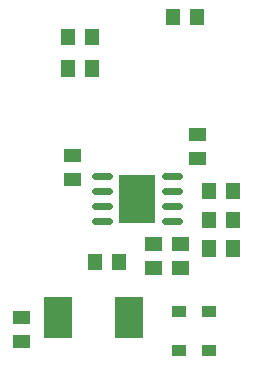
<source format=gtp>
G04 Layer: TopPasteMaskLayer*
G04 EasyEDA v6.1.52, Mon, 29 Jul 2019 07:14:48 GMT*
G04 763c4d154c644d5a9bd2c91acdf97d9b,a2ddd735335a41bd89ccdca2c933086a,10*
G04 Gerber Generator version 0.2*
G04 Scale: 100 percent, Rotated: No, Reflected: No *
G04 Dimensions in millimeters *
G04 leading zeros omitted , absolute positions ,3 integer and 3 decimal *
%FSLAX33Y33*%
%MOMM*%
G90*
G71D02*

%ADD14C,0.599999*%
%ADD18R,1.160018X1.469898*%
%ADD19R,1.160018X1.450010*%

%LPD*%
G54D14*
G01X13801Y11811D02*
G01X15001Y11811D01*
G01X13801Y13081D02*
G01X15001Y13081D01*
G01X13801Y14351D02*
G01X15001Y14351D01*
G01X13801Y15621D02*
G01X15001Y15621D01*
G01X7858Y11811D02*
G01X9058Y11811D01*
G01X7858Y13081D02*
G01X9058Y13081D01*
G01X7858Y14351D02*
G01X9058Y14351D01*
G01X7858Y15621D02*
G01X9058Y15621D01*
G36*
G01X9930Y11716D02*
G01X9930Y15715D01*
G01X12929Y15715D01*
G01X12929Y11716D01*
G01X9930Y11716D01*
G37*
G36*
G01X6703Y17978D02*
G01X6703Y16818D01*
G01X5233Y16818D01*
G01X5233Y17978D01*
G01X6703Y17978D01*
G37*
G36*
G01X6703Y15946D02*
G01X6703Y14786D01*
G01X5233Y14786D01*
G01X5233Y15946D01*
G01X6703Y15946D01*
G37*
G54D18*
G01X7874Y8381D03*
G01X9906Y8381D03*
G54D19*
G01X17526Y11938D03*
G01X19558Y11938D03*
G36*
G01X2385Y2230D02*
G01X2385Y1070D01*
G01X915Y1070D01*
G01X915Y2230D01*
G01X2385Y2230D01*
G37*
G36*
G01X2385Y4262D02*
G01X2385Y3102D01*
G01X915Y3102D01*
G01X915Y4262D01*
G01X2385Y4262D01*
G37*
G36*
G01X14388Y7293D02*
G01X14388Y8454D01*
G01X15837Y8454D01*
G01X15837Y7293D01*
G01X14388Y7293D01*
G37*
G36*
G01X14388Y9325D02*
G01X14388Y10486D01*
G01X15837Y10486D01*
G01X15837Y9325D01*
G01X14388Y9325D01*
G37*
G01X17526Y14351D03*
G01X19558Y14351D03*
G36*
G01X20137Y8790D02*
G01X18977Y8790D01*
G01X18977Y10260D01*
G01X20137Y10260D01*
G01X20137Y8790D01*
G37*
G36*
G01X18105Y8790D02*
G01X16945Y8790D01*
G01X16945Y10260D01*
G01X18105Y10260D01*
G01X18105Y8790D01*
G37*
G36*
G01X15785Y16564D02*
G01X15785Y17725D01*
G01X17234Y17725D01*
G01X17234Y16564D01*
G01X15785Y16564D01*
G37*
G36*
G01X15785Y18596D02*
G01X15785Y19757D01*
G01X17234Y19757D01*
G01X17234Y18596D01*
G01X15785Y18596D01*
G37*
G01X5588Y27432D03*
G01X7620Y27432D03*
G36*
G01X8200Y24040D02*
G01X7039Y24040D01*
G01X7039Y25489D01*
G01X8200Y25489D01*
G01X8200Y24040D01*
G37*
G36*
G01X6168Y24040D02*
G01X5007Y24040D01*
G01X5007Y25489D01*
G01X6168Y25489D01*
G01X6168Y24040D01*
G37*
G01X14478Y29083D03*
G01X16510Y29083D03*
G36*
G01X11921Y1933D02*
G01X9571Y1933D01*
G01X9571Y5433D01*
G01X11921Y5433D01*
G01X11921Y1933D01*
G37*
G36*
G01X5922Y1933D02*
G01X3572Y1933D01*
G01X3572Y5433D01*
G01X5922Y5433D01*
G01X5922Y1933D01*
G37*
G36*
G01X13551Y10463D02*
G01X13551Y9303D01*
G01X12102Y9303D01*
G01X12102Y10463D01*
G01X13551Y10463D01*
G37*
G36*
G01X13551Y8431D02*
G01X13551Y7271D01*
G01X12102Y7271D01*
G01X12102Y8431D01*
G01X13551Y8431D01*
G37*
G36*
G01X18135Y1369D02*
G01X18135Y459D01*
G01X16916Y459D01*
G01X16916Y1369D01*
G01X18135Y1369D01*
G37*
G36*
G01X18135Y4620D02*
G01X18135Y3710D01*
G01X16916Y3710D01*
G01X16916Y4620D01*
G01X18135Y4620D01*
G37*
G36*
G01X15595Y1369D02*
G01X15595Y459D01*
G01X14376Y459D01*
G01X14376Y1369D01*
G01X15595Y1369D01*
G37*
G36*
G01X15595Y4620D02*
G01X15595Y3710D01*
G01X14376Y3710D01*
G01X14376Y4620D01*
G01X15595Y4620D01*
G37*
M00*
M02*

</source>
